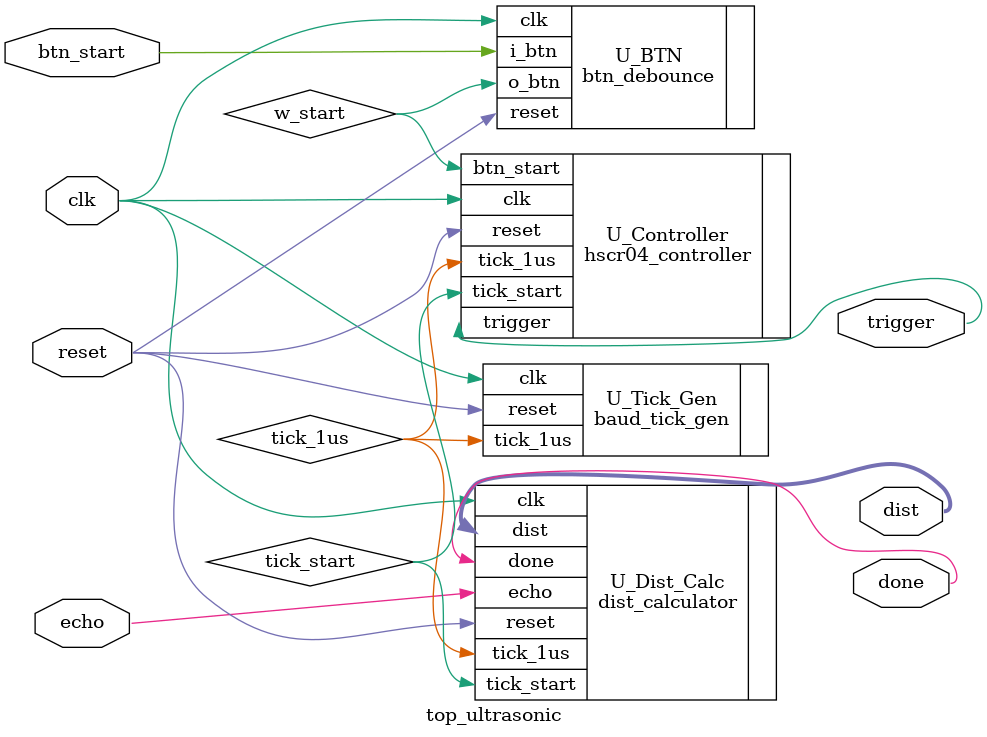
<source format=v>
`timescale 1ns / 1ps


module top_ultrasonic(
    input               clk,        // 시스템 클럭
    input               reset,      // 리셋 신호 (활성 높음)
    input               btn_start,  // 측정 시작 버튼
    input               echo,       // HC-SR04 에코 입력
    output              trigger,    // HC-SR04 트리거 출력
    output [15:0]       dist,       // 계산된 거리 (cm 단위)
    output              done        // 측정 완료 신호
);

    // 내부 신호
    wire                tick_1us;   // 1us 타이머 틱
    wire                tick_start; // FSM 시작 틱
    wire                w_start;
    
    // 1us 타이머 모듈
    baud_tick_gen U_Tick_Gen(
        .clk            (clk),
        .reset          (reset),
        .tick_1us       (tick_1us)
    );
    
    // 초음파 센서 컨트롤러 모듈
    hscr04_controller U_Controller(
        .clk            (clk),
        .reset          (reset),
        .tick_1us       (tick_1us),
        .btn_start      (w_start),
        .trigger        (trigger),
        .tick_start     (tick_start)
    );
    
    btn_debounce U_BTN(
        .clk            (clk),
        .reset          (reset),
        .i_btn          (btn_start), 
        .o_btn          (w_start)
    );
    
    // 거리 계산 모듈
    dist_calculator U_Dist_Calc(
        .clk            (clk),
        .reset          (reset),
        .tick_1us       (tick_1us),
        .echo           (echo),
        .tick_start     (tick_start),
        .dist           (dist),
        .done           (done)
    );

endmodule



</source>
